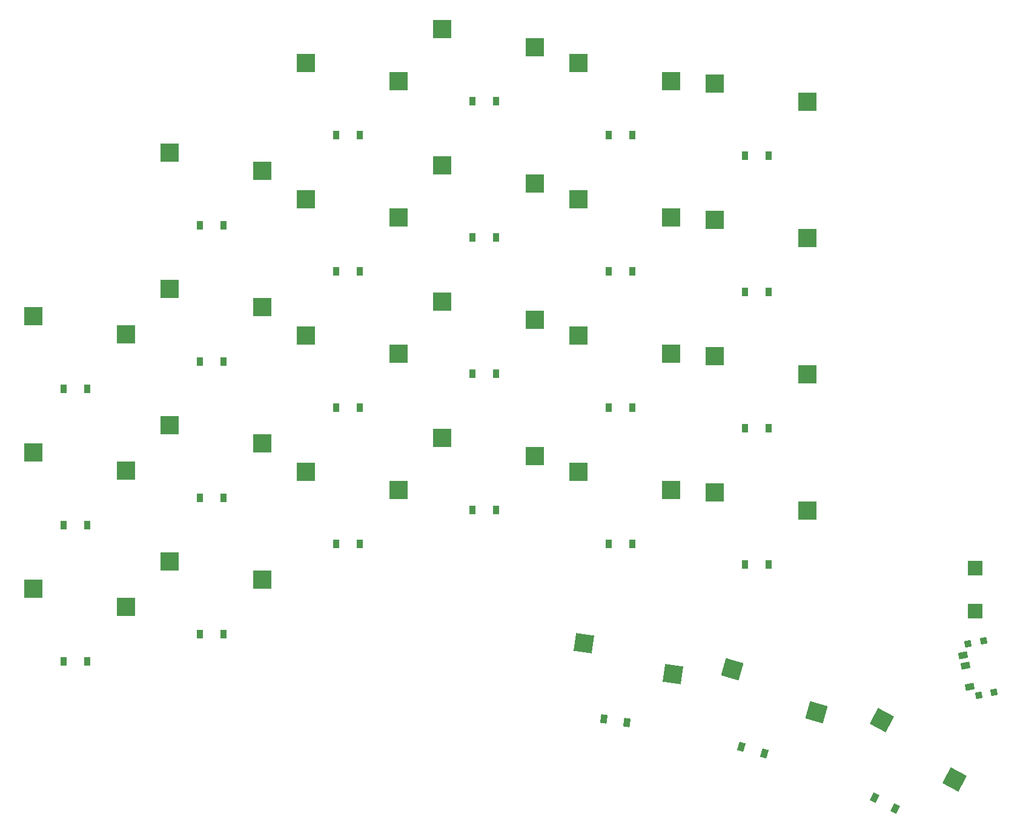
<source format=gbr>
%TF.GenerationSoftware,KiCad,Pcbnew,8.0.0*%
%TF.CreationDate,2024-03-07T20:20:43+01:00*%
%TF.ProjectId,splitty_boy_routed,73706c69-7474-4795-9f62-6f795f726f75,v1.0.0*%
%TF.SameCoordinates,Original*%
%TF.FileFunction,Paste,Top*%
%TF.FilePolarity,Positive*%
%FSLAX46Y46*%
G04 Gerber Fmt 4.6, Leading zero omitted, Abs format (unit mm)*
G04 Created by KiCad (PCBNEW 8.0.0) date 2024-03-07 20:20:43*
%MOMM*%
%LPD*%
G01*
G04 APERTURE LIST*
G04 Aperture macros list*
%AMRotRect*
0 Rectangle, with rotation*
0 The origin of the aperture is its center*
0 $1 length*
0 $2 width*
0 $3 Rotation angle, in degrees counterclockwise*
0 Add horizontal line*
21,1,$1,$2,0,0,$3*%
G04 Aperture macros list end*
%ADD10R,2.550000X2.500000*%
%ADD11RotRect,2.550000X2.500000X352.000000*%
%ADD12RotRect,2.550000X2.500000X344.000000*%
%ADD13RotRect,2.550000X2.500000X332.000000*%
%ADD14R,0.900000X1.200000*%
%ADD15RotRect,0.900000X1.200000X352.000000*%
%ADD16RotRect,0.900000X1.200000X344.000000*%
%ADD17RotRect,0.900000X1.200000X332.000000*%
%ADD18RotRect,0.900000X1.250000X281.500000*%
%ADD19RotRect,0.900000X0.900000X281.500000*%
%ADD20R,2.000000X2.000000*%
G04 APERTURE END LIST*
D10*
%TO.C,S1*%
X155989943Y-161344700D03*
X143062943Y-158804700D03*
%TD*%
%TO.C,S2*%
X155989950Y-142294701D03*
X143062950Y-139754701D03*
%TD*%
%TO.C,S3*%
X155989948Y-123244701D03*
X143062948Y-120704701D03*
%TD*%
%TO.C,S4*%
X175039947Y-157534696D03*
X162112947Y-154994696D03*
%TD*%
%TO.C,S5*%
X175039949Y-138484702D03*
X162112949Y-135944702D03*
%TD*%
%TO.C,S6*%
X175039937Y-119434699D03*
X162112937Y-116894699D03*
%TD*%
%TO.C,S7*%
X175039950Y-100384700D03*
X162112950Y-97844700D03*
%TD*%
%TO.C,S8*%
X194089944Y-144961702D03*
X181162944Y-142421702D03*
%TD*%
%TO.C,S9*%
X194089949Y-125911704D03*
X181162949Y-123371704D03*
%TD*%
%TO.C,S10*%
X194089953Y-106861705D03*
X181162953Y-104321705D03*
%TD*%
%TO.C,S11*%
X194089952Y-87811697D03*
X181162952Y-85271697D03*
%TD*%
%TO.C,S12*%
X213139950Y-140199199D03*
X200212950Y-137659199D03*
%TD*%
%TO.C,S13*%
X213139943Y-121149203D03*
X200212943Y-118609203D03*
%TD*%
%TO.C,S14*%
X213139950Y-102099202D03*
X200212950Y-99559202D03*
%TD*%
%TO.C,S15*%
X213139945Y-83049203D03*
X200212945Y-80509203D03*
%TD*%
%TO.C,S16*%
X232189950Y-144961702D03*
X219262950Y-142421702D03*
%TD*%
%TO.C,S17*%
X232189947Y-125911701D03*
X219262947Y-123371701D03*
%TD*%
%TO.C,S18*%
X232189950Y-106861704D03*
X219262950Y-104321704D03*
%TD*%
%TO.C,S19*%
X232189946Y-87811705D03*
X219262946Y-85271705D03*
%TD*%
%TO.C,S20*%
X251239957Y-147819194D03*
X238312957Y-145279194D03*
%TD*%
%TO.C,S21*%
X251239943Y-128769195D03*
X238312943Y-126229195D03*
%TD*%
%TO.C,S22*%
X251239948Y-109719201D03*
X238312948Y-107179201D03*
%TD*%
%TO.C,S23*%
X251239947Y-90669194D03*
X238312947Y-88129194D03*
%TD*%
D11*
%TO.C,S24*%
X232474500Y-170737457D03*
X220026804Y-166423085D03*
%TD*%
D12*
%TO.C,S25*%
X252503754Y-176005339D03*
X240777641Y-170000573D03*
%TD*%
D13*
%TO.C,S26*%
X271853598Y-185420678D03*
X261632193Y-177109134D03*
%TD*%
D14*
%TO.C,D1*%
X147254945Y-168884698D03*
X150554945Y-168884698D03*
%TD*%
%TO.C,D2*%
X147254950Y-149834703D03*
X150554950Y-149834703D03*
%TD*%
%TO.C,D3*%
X147254949Y-130784698D03*
X150554949Y-130784698D03*
%TD*%
%TO.C,D4*%
X166304943Y-165074700D03*
X169604943Y-165074700D03*
%TD*%
%TO.C,D5*%
X166304952Y-146024700D03*
X169604952Y-146024700D03*
%TD*%
%TO.C,D6*%
X166304943Y-126974700D03*
X169604943Y-126974700D03*
%TD*%
%TO.C,D7*%
X166304945Y-107924702D03*
X169604945Y-107924702D03*
%TD*%
%TO.C,D8*%
X185354946Y-152501699D03*
X188654946Y-152501699D03*
%TD*%
%TO.C,D9*%
X185354944Y-133451702D03*
X188654944Y-133451702D03*
%TD*%
%TO.C,D10*%
X185354950Y-114401706D03*
X188654950Y-114401706D03*
%TD*%
%TO.C,D11*%
X185354947Y-95351700D03*
X188654947Y-95351700D03*
%TD*%
%TO.C,D12*%
X204404951Y-147739198D03*
X207704951Y-147739198D03*
%TD*%
%TO.C,D13*%
X204404947Y-128689213D03*
X207704947Y-128689213D03*
%TD*%
%TO.C,D14*%
X204404948Y-109639201D03*
X207704948Y-109639201D03*
%TD*%
%TO.C,D15*%
X204404948Y-90589200D03*
X207704948Y-90589200D03*
%TD*%
%TO.C,D16*%
X223454950Y-152501696D03*
X226754950Y-152501696D03*
%TD*%
%TO.C,D17*%
X223454948Y-133451695D03*
X226754948Y-133451695D03*
%TD*%
%TO.C,D18*%
X223454942Y-114401696D03*
X226754942Y-114401696D03*
%TD*%
%TO.C,D19*%
X223454953Y-95351695D03*
X226754953Y-95351695D03*
%TD*%
%TO.C,D20*%
X242504944Y-155359199D03*
X245804944Y-155359199D03*
%TD*%
%TO.C,D21*%
X242504950Y-136309196D03*
X245804950Y-136309196D03*
%TD*%
%TO.C,D22*%
X242504947Y-117259201D03*
X245804947Y-117259201D03*
%TD*%
%TO.C,D23*%
X242504949Y-98209200D03*
X245804949Y-98209200D03*
%TD*%
D15*
%TO.C,D24*%
X222775142Y-176988406D03*
X226043026Y-177447678D03*
%TD*%
D16*
%TO.C,D25*%
X242028821Y-180845560D03*
X245200987Y-181755164D03*
%TD*%
D17*
%TO.C,D26*%
X260601233Y-187977276D03*
X263514961Y-189526530D03*
%TD*%
D18*
%TO.C,T2*%
X273920025Y-172471042D03*
X273321924Y-169531267D03*
X273022872Y-168061380D03*
D19*
X277320373Y-173258943D03*
X275164538Y-173697548D03*
X273689215Y-166446101D03*
X275845050Y-166007496D03*
%TD*%
D20*
%TO.C,PAD1*%
X274654947Y-155884198D03*
%TD*%
%TO.C,PAD2*%
X274654943Y-161884196D03*
%TD*%
M02*

</source>
